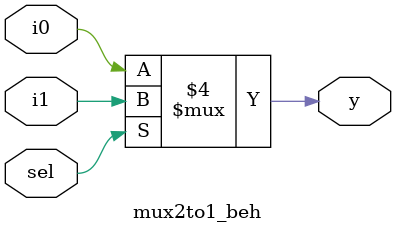
<source format=v>
module mux2to1_beh(
	input i0,    
	input i1,    
	input sel,   
	output reg y 
);

	always @(*) begin
        
	if(sel == 0) 
            y = i0; 
        else 
            y = i1; 
    end
endmodule



</source>
